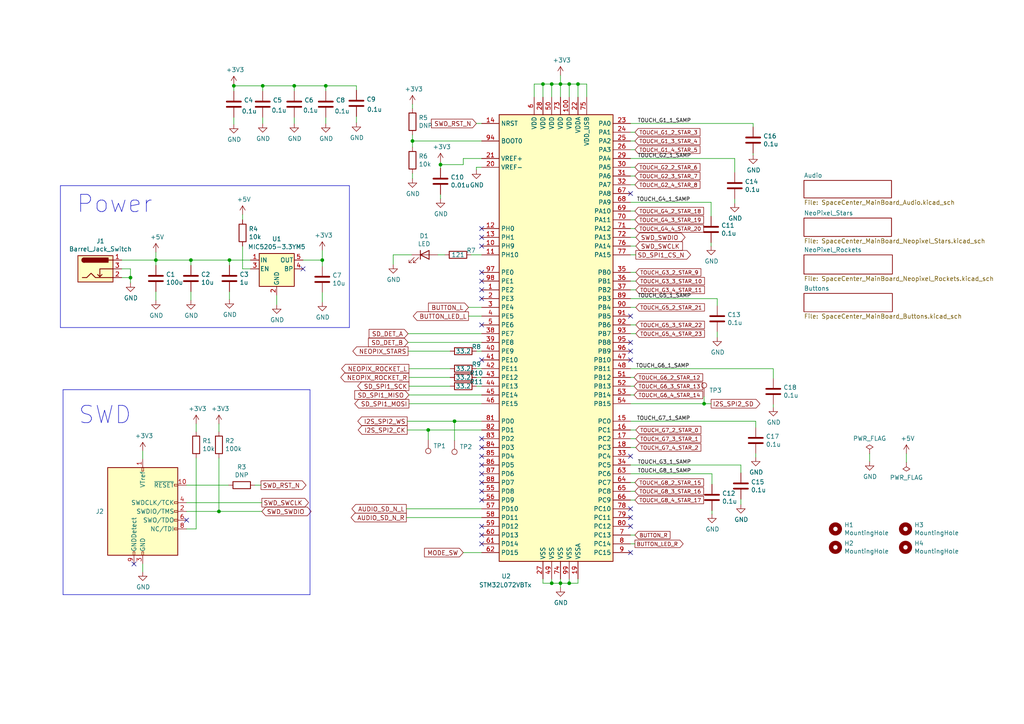
<source format=kicad_sch>
(kicad_sch (version 20230121) (generator eeschema)
  (paper "A4")
  (lib_symbols
    (symbol "Connector:Barrel_Jack_Switch" (pin_names hide)
      (property "Reference" "J" (at 0 5.334 0))
      (property "Value" "Barrel_Jack_Switch" (at 0 -5.08 0))
      (symbol "Barrel_Jack_Switch_0_1"
        (rectangle (start -5.08 3.81) (end 5.08 -3.81) (stroke (width 0.254)) (fill (type background)))
        (arc (start -3.302 3.175) (mid -3.9343 2.54) (end -3.302 1.905) (stroke (width 0.254)))
        (arc (start -3.302 3.175) (mid -3.9343 2.54) (end -3.302 1.905) (stroke (width 0.254)) (fill (type outline)))
        (polyline (pts (xy 1.27 -2.286) (xy 1.905 -1.651)) (stroke (width 0.254)))
        (polyline (pts (xy 5.08 2.54) (xy 3.81 2.54)) (stroke (width 0.254)))
        (polyline (pts (xy 5.08 0) (xy 1.27 0) (xy 1.27 -2.286) (xy 0.635 -1.651)) (stroke (width 0.254)))
        (polyline (pts (xy -3.81 -2.54) (xy -2.54 -2.54) (xy -1.27 -1.27) (xy 0 -2.54) (xy 2.54 -2.54) (xy 5.08 -2.54)) (stroke (width 0.254)))
        (rectangle (start 3.683 3.175) (end -3.302 1.905) (stroke (width 0.254)) (fill (type outline)))
      )
      (symbol "Barrel_Jack_Switch_1_1"
        (pin passive line (at 7.62 2.54 180) (length 2.54) (name "~") (number "1"))
        (pin passive line (at 7.62 -2.54 180) (length 2.54) (name "~") (number "2"))
        (pin passive line (at 7.62 0 180) (length 2.54) (name "~") (number "3"))
      )
    )
    (symbol "Connector:Conn_ARM_JTAG_SWD_10" (pin_names (offset 1.016))
      (property "Reference" "J" (at -2.54 16.51 0))
      (property "Value" "Conn_ARM_JTAG_SWD_10" (at -2.54 13.97 0))
      (symbol "Conn_ARM_JTAG_SWD_10_0_1"
        (rectangle (start -10.16 12.7) (end 10.16 -12.7) (stroke (width 0.254)) (fill (type background)))
        (rectangle (start -2.794 -12.7) (end -2.286 -11.684))
        (rectangle (start -0.254 -12.7) (end 0.254 -11.684))
        (rectangle (start -0.254 12.7) (end 0.254 11.684))
        (rectangle (start 9.144 2.286) (end 10.16 2.794))
        (rectangle (start 10.16 -2.794) (end 9.144 -2.286))
        (rectangle (start 10.16 -0.254) (end 9.144 0.254))
        (rectangle (start 10.16 7.874) (end 9.144 7.366))
      )
      (symbol "Conn_ARM_JTAG_SWD_10_1_1"
        (rectangle (start 9.144 -5.334) (end 10.16 -4.826))
        (pin power_in line (at 0 15.24 270) (length 2.54) (name "VTref") (number "1"))
        (pin open_collector line (at 12.7 7.62 180) (length 2.54) (name "~{RESET}") (number "10"))
        (pin bidirectional line (at 12.7 0 180) (length 2.54) (name "SWDIO/TMS") (number "2"))
        (pin power_in line (at 0 -15.24 90) (length 2.54) (name "GND") (number "3"))
        (pin output line (at 12.7 2.54 180) (length 2.54) (name "SWDCLK/TCK") (number "4"))
        (pin passive line (at 0 -15.24 90) (length 2.54) hide (name "GND") (number "5"))
        (pin input line (at 12.7 -2.54 180) (length 2.54) (name "SWO/TDO") (number "6"))
        (pin no_connect line (at -10.16 0 0) (length 2.54) hide (name "KEY") (number "7"))
        (pin output line (at 12.7 -5.08 180) (length 2.54) (name "NC/TDI") (number "8"))
        (pin passive line (at -2.54 -15.24 90) (length 2.54) (name "GNDDetect") (number "9"))
      )
    )
    (symbol "Connector:TestPoint" (pin_numbers hide) (pin_names (offset 0.762) hide)
      (property "Reference" "TP" (at 0 6.858 0))
      (property "Value" "TestPoint" (at 0 5.08 0))
      (symbol "TestPoint_0_1"
        (circle (center 0 3.302) (radius 0.762))
      )
      (symbol "TestPoint_1_1"
        (pin passive line (at 0 0 90) (length 2.54) (name "1") (number "1"))
      )
    )
    (symbol "Device:C" (pin_numbers hide) (pin_names (offset 0.254))
      (property "Reference" "C" (at 0.635 2.54 0))
      (property "Value" "C" (at 0.635 -2.54 0))
      (symbol "C_0_1"
        (polyline (pts (xy -2.032 -0.762) (xy 2.032 -0.762)) (stroke (width 0.508)))
        (polyline (pts (xy -2.032 0.762) (xy 2.032 0.762)) (stroke (width 0.508)))
      )
      (symbol "C_1_1"
        (pin passive line (at 0 3.81 270) (length 2.794) (name "~") (number "1"))
        (pin passive line (at 0 -3.81 90) (length 2.794) (name "~") (number "2"))
      )
    )
    (symbol "Device:LED" (pin_numbers hide) (pin_names (offset 1.016) hide)
      (property "Reference" "D" (at 0 2.54 0))
      (property "Value" "LED" (at 0 -2.54 0))
      (symbol "LED_0_1"
        (polyline (pts (xy -1.27 -1.27) (xy -1.27 1.27)) (stroke (width 0.254)))
        (polyline (pts (xy -1.27 0) (xy 1.27 0)))
        (polyline (pts (xy 1.27 -1.27) (xy 1.27 1.27) (xy -1.27 0) (xy 1.27 -1.27)) (stroke (width 0.254)))
        (polyline (pts (xy -3.048 -0.762) (xy -4.572 -2.286) (xy -3.81 -2.286) (xy -4.572 -2.286) (xy -4.572 -1.524)))
        (polyline (pts (xy -1.778 -0.762) (xy -3.302 -2.286) (xy -2.54 -2.286) (xy -3.302 -2.286) (xy -3.302 -1.524)))
      )
      (symbol "LED_1_1"
        (pin passive line (at -3.81 0 0) (length 2.54) (name "K") (number "1"))
        (pin passive line (at 3.81 0 180) (length 2.54) (name "A") (number "2"))
      )
    )
    (symbol "Device:R" (pin_numbers hide) (pin_names (offset 0))
      (property "Reference" "R" (at 2.032 0 90))
      (property "Value" "R" (at 0 0 90))
      (symbol "R_0_1"
        (rectangle (start -1.016 -2.54) (end 1.016 2.54) (stroke (width 0.254)))
      )
      (symbol "R_1_1"
        (pin passive line (at 0 3.81 270) (length 1.27) (name "~") (number "1"))
        (pin passive line (at 0 -3.81 90) (length 1.27) (name "~") (number "2"))
      )
    )
    (symbol "Mechanical:MountingHole" (pin_names (offset 1.016))
      (property "Reference" "H" (at 0 5.08 0))
      (property "Value" "MountingHole" (at 0 3.175 0))
      (symbol "MountingHole_0_1"
        (circle (center 0 0) (radius 1.27) (stroke (width 1.27)))
      )
    )
    (symbol "Regulator_Linear:MIC5205-3.3YM5" (pin_names (offset 0.254))
      (property "Reference" "U" (at -3.81 5.715 0))
      (property "Value" "MIC5205-3.3YM5" (at 0 5.715 0))
      (symbol "MIC5205-3.3YM5_0_1"
        (rectangle (start -5.08 4.445) (end 5.08 -5.08) (stroke (width 0.254)) (fill (type background)))
      )
      (symbol "MIC5205-3.3YM5_1_1"
        (pin power_in line (at -7.62 2.54 0) (length 2.54) (name "IN") (number "1"))
        (pin power_in line (at 0 -7.62 90) (length 2.54) (name "GND") (number "2"))
        (pin input line (at -7.62 0 0) (length 2.54) (name "EN") (number "3"))
        (pin input line (at 7.62 0 180) (length 2.54) (name "BP") (number "4"))
        (pin power_out line (at 7.62 2.54 180) (length 2.54) (name "OUT") (number "5"))
      )
    )
    (symbol "SpaceCenter_MainBoard_KiCAD-rescue:+3.3V-power" (power) (pin_names (offset 0))
      (property "Value" "+3.3V-power" (at 0 3.556 0))
      (symbol "+3.3V-power_0_1"
        (polyline (pts (xy -0.762 1.27) (xy 0 2.54)))
        (polyline (pts (xy 0 0) (xy 0 2.54)))
        (polyline (pts (xy 0 2.54) (xy 0.762 1.27)))
      )
      (symbol "+3.3V-power_1_1"
        (pin power_in line (at 0 0 90) (length 0) hide (name "+3V3") (number "1"))
      )
    )
    (symbol "SpaceCenter_MainBoard_KiCAD-rescue:STM32L072VBTx-MCU_ST_STM32L0"
      (property "Reference" "U" (at -17.78 64.77 0))
      (property "Value" "MCU_ST_STM32L0_STM32L072VBTx" (at 10.16 64.77 0))
      (symbol "STM32L072VBTx-MCU_ST_STM32L0_0_1"
        (rectangle (start -17.78 -66.04) (end 15.24 63.5) (stroke (width 0.254)) (fill (type background)))
      )
      (symbol "STM32L072VBTx-MCU_ST_STM32L0_1_1"
        (pin bidirectional line (at -22.86 12.7 0) (length 5.08) (name "PE2") (number "1"))
        (pin bidirectional line (at -22.86 25.4 0) (length 5.08) (name "PH9") (number "10"))
        (pin power_in line (at 2.54 68.58 270) (length 5.08) (name "VDD") (number "100"))
        (pin bidirectional line (at -22.86 22.86 0) (length 5.08) (name "PH10") (number "11"))
        (pin input line (at -22.86 30.48 0) (length 5.08) (name "PH0") (number "12"))
        (pin input line (at -22.86 27.94 0) (length 5.08) (name "PH1") (number "13"))
        (pin input line (at -22.86 60.96 0) (length 5.08) (name "NRST") (number "14"))
        (pin bidirectional line (at 20.32 -25.4 180) (length 5.08) (name "PC0") (number "15"))
        (pin bidirectional line (at 20.32 -27.94 180) (length 5.08) (name "PC1") (number "16"))
        (pin bidirectional line (at 20.32 -30.48 180) (length 5.08) (name "PC2") (number "17"))
        (pin bidirectional line (at 20.32 -33.02 180) (length 5.08) (name "PC3") (number "18"))
        (pin power_in line (at 5.08 -71.12 90) (length 5.08) (name "VSSA") (number "19"))
        (pin bidirectional line (at -22.86 10.16 0) (length 5.08) (name "PE3") (number "2"))
        (pin power_in line (at -22.86 48.26 0) (length 5.08) (name "VREF-") (number "20"))
        (pin power_in line (at -22.86 50.8 0) (length 5.08) (name "VREF+") (number "21"))
        (pin power_in line (at 5.08 68.58 270) (length 5.08) (name "VDDA") (number "22"))
        (pin bidirectional line (at 20.32 60.96 180) (length 5.08) (name "PA0") (number "23"))
        (pin bidirectional line (at 20.32 58.42 180) (length 5.08) (name "PA1") (number "24"))
        (pin bidirectional line (at 20.32 55.88 180) (length 5.08) (name "PA2") (number "25"))
        (pin bidirectional line (at 20.32 53.34 180) (length 5.08) (name "PA3") (number "26"))
        (pin power_in line (at -5.08 -71.12 90) (length 5.08) (name "VSS") (number "27"))
        (pin power_in line (at -5.08 68.58 270) (length 5.08) (name "VDD") (number "28"))
        (pin bidirectional line (at 20.32 50.8 180) (length 5.08) (name "PA4") (number "29"))
        (pin bidirectional line (at -22.86 7.62 0) (length 5.08) (name "PE4") (number "3"))
        (pin bidirectional line (at 20.32 48.26 180) (length 5.08) (name "PA5") (number "30"))
        (pin bidirectional line (at 20.32 45.72 180) (length 5.08) (name "PA6") (number "31"))
        (pin bidirectional line (at 20.32 43.18 180) (length 5.08) (name "PA7") (number "32"))
        (pin bidirectional line (at 20.32 -35.56 180) (length 5.08) (name "PC4") (number "33"))
        (pin bidirectional line (at 20.32 -38.1 180) (length 5.08) (name "PC5") (number "34"))
        (pin bidirectional line (at 20.32 17.78 180) (length 5.08) (name "PB0") (number "35"))
        (pin bidirectional line (at 20.32 15.24 180) (length 5.08) (name "PB1") (number "36"))
        (pin bidirectional line (at 20.32 12.7 180) (length 5.08) (name "PB2") (number "37"))
        (pin bidirectional line (at -22.86 0 0) (length 5.08) (name "PE7") (number "38"))
        (pin bidirectional line (at -22.86 -2.54 0) (length 5.08) (name "PE8") (number "39"))
        (pin bidirectional line (at -22.86 5.08 0) (length 5.08) (name "PE5") (number "4"))
        (pin bidirectional line (at -22.86 -5.08 0) (length 5.08) (name "PE9") (number "40"))
        (pin bidirectional line (at -22.86 -7.62 0) (length 5.08) (name "PE10") (number "41"))
        (pin bidirectional line (at -22.86 -10.16 0) (length 5.08) (name "PE11") (number "42"))
        (pin bidirectional line (at -22.86 -12.7 0) (length 5.08) (name "PE12") (number "43"))
        (pin bidirectional line (at -22.86 -15.24 0) (length 5.08) (name "PE13") (number "44"))
        (pin bidirectional line (at -22.86 -17.78 0) (length 5.08) (name "PE14") (number "45"))
        (pin bidirectional line (at -22.86 -20.32 0) (length 5.08) (name "PE15") (number "46"))
        (pin bidirectional line (at 20.32 -7.62 180) (length 5.08) (name "PB10") (number "47"))
        (pin bidirectional line (at 20.32 -10.16 180) (length 5.08) (name "PB11") (number "48"))
        (pin power_in line (at -2.54 -71.12 90) (length 5.08) (name "VSS") (number "49"))
        (pin bidirectional line (at -22.86 2.54 0) (length 5.08) (name "PE6") (number "5"))
        (pin power_in line (at -2.54 68.58 270) (length 5.08) (name "VDD") (number "50"))
        (pin bidirectional line (at 20.32 -12.7 180) (length 5.08) (name "PB12") (number "51"))
        (pin bidirectional line (at 20.32 -15.24 180) (length 5.08) (name "PB13") (number "52"))
        (pin bidirectional line (at 20.32 -17.78 180) (length 5.08) (name "PB14") (number "53"))
        (pin bidirectional line (at 20.32 -20.32 180) (length 5.08) (name "PB15") (number "54"))
        (pin bidirectional line (at -22.86 -45.72 0) (length 5.08) (name "PD8") (number "55"))
        (pin bidirectional line (at -22.86 -48.26 0) (length 5.08) (name "PD9") (number "56"))
        (pin bidirectional line (at -22.86 -50.8 0) (length 5.08) (name "PD10") (number "57"))
        (pin bidirectional line (at -22.86 -53.34 0) (length 5.08) (name "PD11") (number "58"))
        (pin bidirectional line (at -22.86 -55.88 0) (length 5.08) (name "PD12") (number "59"))
        (pin power_in line (at -7.62 68.58 270) (length 5.08) (name "VDD") (number "6"))
        (pin bidirectional line (at -22.86 -58.42 0) (length 5.08) (name "PD13") (number "60"))
        (pin bidirectional line (at -22.86 -60.96 0) (length 5.08) (name "PD14") (number "61"))
        (pin bidirectional line (at -22.86 -63.5 0) (length 5.08) (name "PD15") (number "62"))
        (pin bidirectional line (at 20.32 -40.64 180) (length 5.08) (name "PC6") (number "63"))
        (pin bidirectional line (at 20.32 -43.18 180) (length 5.08) (name "PC7") (number "64"))
        (pin bidirectional line (at 20.32 -45.72 180) (length 5.08) (name "PC8") (number "65"))
        (pin bidirectional line (at 20.32 -48.26 180) (length 5.08) (name "PC9") (number "66"))
        (pin bidirectional line (at 20.32 40.64 180) (length 5.08) (name "PA8") (number "67"))
        (pin bidirectional line (at 20.32 38.1 180) (length 5.08) (name "PA9") (number "68"))
        (pin bidirectional line (at 20.32 35.56 180) (length 5.08) (name "PA10") (number "69"))
        (pin bidirectional line (at 20.32 -58.42 180) (length 5.08) (name "PC13") (number "7"))
        (pin bidirectional line (at 20.32 33.02 180) (length 5.08) (name "PA11") (number "70"))
        (pin bidirectional line (at 20.32 30.48 180) (length 5.08) (name "PA12") (number "71"))
        (pin bidirectional line (at 20.32 27.94 180) (length 5.08) (name "PA13") (number "72"))
        (pin power_in line (at 0 68.58 270) (length 5.08) (name "VDD") (number "73"))
        (pin power_in line (at 0 -71.12 90) (length 5.08) (name "VSS") (number "74"))
        (pin power_in line (at 7.62 68.58 270) (length 5.08) (name "VDD_USB") (number "75"))
        (pin bidirectional line (at 20.32 25.4 180) (length 5.08) (name "PA14") (number "76"))
        (pin bidirectional line (at 20.32 22.86 180) (length 5.08) (name "PA15") (number "77"))
        (pin bidirectional line (at 20.32 -50.8 180) (length 5.08) (name "PC10") (number "78"))
        (pin bidirectional line (at 20.32 -53.34 180) (length 5.08) (name "PC11") (number "79"))
        (pin bidirectional line (at 20.32 -60.96 180) (length 5.08) (name "PC14") (number "8"))
        (pin bidirectional line (at 20.32 -55.88 180) (length 5.08) (name "PC12") (number "80"))
        (pin bidirectional line (at -22.86 -25.4 0) (length 5.08) (name "PD0") (number "81"))
        (pin bidirectional line (at -22.86 -27.94 0) (length 5.08) (name "PD1") (number "82"))
        (pin bidirectional line (at -22.86 -30.48 0) (length 5.08) (name "PD2") (number "83"))
        (pin bidirectional line (at -22.86 -33.02 0) (length 5.08) (name "PD3") (number "84"))
        (pin bidirectional line (at -22.86 -35.56 0) (length 5.08) (name "PD4") (number "85"))
        (pin bidirectional line (at -22.86 -38.1 0) (length 5.08) (name "PD5") (number "86"))
        (pin bidirectional line (at -22.86 -40.64 0) (length 5.08) (name "PD6") (number "87"))
        (pin bidirectional line (at -22.86 -43.18 0) (length 5.08) (name "PD7") (number "88"))
        (pin bidirectional line (at 20.32 10.16 180) (length 5.08) (name "PB3") (number "89"))
        (pin bidirectional line (at 20.32 -63.5 180) (length 5.08) (name "PC15") (number "9"))
        (pin bidirectional line (at 20.32 7.62 180) (length 5.08) (name "PB4") (number "90"))
        (pin bidirectional line (at 20.32 5.08 180) (length 5.08) (name "PB5") (number "91"))
        (pin bidirectional line (at 20.32 2.54 180) (length 5.08) (name "PB6") (number "92"))
        (pin bidirectional line (at 20.32 0 180) (length 5.08) (name "PB7") (number "93"))
        (pin input line (at -22.86 55.88 0) (length 5.08) (name "BOOT0") (number "94"))
        (pin bidirectional line (at 20.32 -2.54 180) (length 5.08) (name "PB8") (number "95"))
        (pin bidirectional line (at 20.32 -5.08 180) (length 5.08) (name "PB9") (number "96"))
        (pin bidirectional line (at -22.86 17.78 0) (length 5.08) (name "PE0") (number "97"))
        (pin bidirectional line (at -22.86 15.24 0) (length 5.08) (name "PE1") (number "98"))
        (pin power_in line (at 2.54 -71.12 90) (length 5.08) (name "VSS") (number "99"))
      )
    )
    (symbol "power:+5V" (power) (pin_names (offset 0))
      (property "Value" "+5V" (at 0 3.556 0))
      (symbol "+5V_0_1"
        (polyline (pts (xy -0.762 1.27) (xy 0 2.54)))
        (polyline (pts (xy 0 0) (xy 0 2.54)))
        (polyline (pts (xy 0 2.54) (xy 0.762 1.27)))
      )
      (symbol "+5V_1_1"
        (pin power_in line (at 0 0 90) (length 0) hide (name "+5V") (number "1"))
      )
    )
    (symbol "power:GND" (power) (pin_names (offset 0))
      (property "Value" "GND" (at 0 -3.81 0))
      (symbol "GND_0_1"
        (polyline (pts (xy 0 0) (xy 0 -1.27) (xy 1.27 -1.27) (xy 0 -2.54) (xy -1.27 -1.27) (xy 0 -1.27)))
      )
      (symbol "GND_1_1"
        (pin power_in line (at 0 0 270) (length 0) hide (name "GND") (number "1"))
      )
    )
    (symbol "power:PWR_FLAG" (power) (pin_numbers hide) (pin_names (offset 0) hide)
      (property "Value" "PWR_FLAG" (at 0 3.81 0))
      (symbol "PWR_FLAG_0_0"
        (pin power_out line (at 0 0 90) (length 0) (name "pwr") (number "1"))
      )
      (symbol "PWR_FLAG_0_1"
        (polyline (pts (xy 0 0) (xy 0 1.27) (xy -1.016 1.905) (xy 0 2.54) (xy 1.016 1.905) (xy 0 1.27)))
      )
    )
  )
  (junction (at 165.1 169.164))
  (junction (at 94.488 24.892))
  (junction (at 45.212 75.438))
  (junction (at 37.846 80.518))
  (junction (at 167.64 24.384))
  (junction (at 162.56 24.384))
  (junction (at 131.826 122.174))
  (junction (at 63.5 148.336))
  (junction (at 85.344 24.892))
  (junction (at 160.02 24.384))
  (junction (at 160.02 169.164))
  (junction (at 93.472 75.438))
  (junction (at 165.1 24.384))
  (junction (at 66.548 75.438))
  (junction (at 127.762 47.752))
  (junction (at 124.206 124.714))
  (junction (at 55.372 75.438))
  (junction (at 204.216 117.094))
  (junction (at 119.634 40.894))
  (junction (at 76.2 24.892))
  (junction (at 67.818 24.892))
  (junction (at 157.48 24.384))
  (junction (at 162.56 169.164))
  (no_connect (at 139.7 155.194))
  (no_connect (at 139.7 84.074))
  (no_connect (at 139.7 157.734))
  (no_connect (at 182.88 150.114))
  (no_connect (at 182.88 160.274))
  (no_connect (at 182.88 56.134))
  (no_connect (at 139.7 134.874))
  (no_connect (at 139.7 71.374))
  (no_connect (at 182.88 132.334))
  (no_connect (at 38.862 163.576))
  (no_connect (at 139.7 132.334))
  (no_connect (at 54.102 150.876))
  (no_connect (at 139.7 66.294))
  (no_connect (at 139.7 142.494))
  (no_connect (at 139.7 81.534))
  (no_connect (at 139.7 94.234))
  (no_connect (at 139.7 129.794))
  (no_connect (at 139.7 78.994))
  (no_connect (at 182.88 99.314))
  (no_connect (at 139.7 139.954))
  (no_connect (at 139.7 127.254))
  (no_connect (at 182.88 104.394))
  (no_connect (at 139.7 137.414))
  (no_connect (at 139.7 145.034))
  (no_connect (at 139.7 152.654))
  (no_connect (at 182.88 147.574))
  (no_connect (at 182.88 101.854))
  (no_connect (at 139.7 104.394))
  (no_connect (at 87.884 77.978))
  (no_connect (at 139.7 86.614))
  (no_connect (at 139.7 68.834))
  (no_connect (at 182.88 152.654))
  (no_connect (at 182.88 91.694))
  (wire (pts (xy 224.282 106.934) (xy 224.282 109.728)))
  (wire (pts (xy 124.206 127.508) (xy 124.206 124.714)))
  (wire (pts (xy 204.216 115.062) (xy 204.216 117.094)))
  (wire (pts (xy 182.88 137.414) (xy 206.502 137.414)))
  (wire (pts (xy 117.856 147.574) (xy 139.7 147.574)))
  (polyline (pts (xy 101.346 53.848) (xy 101.346 94.996)))
  (wire (pts (xy 218.44 35.814) (xy 218.44 36.83)))
  (wire (pts (xy 76.2 24.892) (xy 67.818 24.892)))
  (wire (pts (xy 162.56 21.844) (xy 162.56 24.384)))
  (wire (pts (xy 162.56 24.384) (xy 165.1 24.384)))
  (wire (pts (xy 131.826 122.174) (xy 139.7 122.174)))
  (wire (pts (xy 37.846 80.518) (xy 37.846 82.042)))
  (wire (pts (xy 214.884 144.78) (xy 214.884 146.304)))
  (wire (pts (xy 103.378 24.892) (xy 94.488 24.892)))
  (wire (pts (xy 103.378 26.162) (xy 103.378 24.892)))
  (wire (pts (xy 117.856 150.114) (xy 139.7 150.114)))
  (wire (pts (xy 119.634 42.672) (xy 119.634 40.894)))
  (wire (pts (xy 35.306 77.978) (xy 37.846 77.978)))
  (wire (pts (xy 114.046 73.914) (xy 119.38 73.914)))
  (wire (pts (xy 208.026 96.266) (xy 208.026 97.79)))
  (wire (pts (xy 130.556 106.934) (xy 118.618 106.934)))
  (wire (pts (xy 118.618 117.094) (xy 139.7 117.094)))
  (wire (pts (xy 182.88 40.894) (xy 184.15 40.894)))
  (wire (pts (xy 165.1 169.164) (xy 162.56 169.164)))
  (wire (pts (xy 56.896 125.222) (xy 56.896 122.936)))
  (wire (pts (xy 138.176 35.814) (xy 139.7 35.814)))
  (wire (pts (xy 224.282 117.348) (xy 224.282 118.11)))
  (polyline (pts (xy 89.916 113.03) (xy 89.916 172.466)))
  (polyline (pts (xy 18.288 172.466) (xy 18.288 113.03)))
  (wire (pts (xy 157.48 169.164) (xy 160.02 169.164)))
  (wire (pts (xy 134.366 160.274) (xy 139.7 160.274)))
  (wire (pts (xy 93.472 72.644) (xy 93.472 75.438)))
  (wire (pts (xy 184.15 38.354) (xy 182.88 38.354)))
  (wire (pts (xy 165.1 167.894) (xy 165.1 169.164)))
  (wire (pts (xy 160.02 24.384) (xy 162.56 24.384)))
  (wire (pts (xy 182.88 112.014) (xy 183.896 112.014)))
  (wire (pts (xy 213.106 57.658) (xy 213.106 58.928)))
  (wire (pts (xy 184.404 81.534) (xy 182.88 81.534)))
  (wire (pts (xy 118.618 112.014) (xy 130.556 112.014)))
  (wire (pts (xy 182.88 66.294) (xy 184.15 66.294)))
  (wire (pts (xy 136.652 73.914) (xy 139.7 73.914)))
  (wire (pts (xy 94.488 26.416) (xy 94.488 24.892)))
  (wire (pts (xy 85.344 24.892) (xy 76.2 24.892)))
  (wire (pts (xy 252.222 131.572) (xy 252.222 133.858)))
  (wire (pts (xy 170.18 28.194) (xy 170.18 24.384)))
  (wire (pts (xy 182.88 35.814) (xy 218.44 35.814)))
  (wire (pts (xy 119.634 50.292) (xy 119.634 51.816)))
  (wire (pts (xy 182.88 86.614) (xy 208.026 86.614)))
  (wire (pts (xy 214.884 134.874) (xy 214.884 137.16)))
  (wire (pts (xy 55.372 84.582) (xy 55.372 87.122)))
  (wire (pts (xy 218.44 44.45) (xy 218.44 44.958)))
  (wire (pts (xy 67.818 34.036) (xy 67.818 36.068)))
  (wire (pts (xy 127.762 46.99) (xy 127.762 47.752)))
  (wire (pts (xy 170.18 24.384) (xy 167.64 24.384)))
  (wire (pts (xy 138.176 112.014) (xy 139.7 112.014)))
  (wire (pts (xy 182.88 96.774) (xy 184.404 96.774)))
  (wire (pts (xy 206.248 58.674) (xy 206.248 62.738)))
  (wire (pts (xy 182.88 142.494) (xy 184.15 142.494)))
  (wire (pts (xy 41.402 130.81) (xy 41.402 133.096)))
  (wire (pts (xy 94.488 35.814) (xy 94.488 34.036)))
  (polyline (pts (xy 101.346 94.996) (xy 17.526 94.996)))
  (wire (pts (xy 160.02 167.894) (xy 160.02 169.164)))
  (wire (pts (xy 54.102 153.416) (xy 56.896 153.416)))
  (wire (pts (xy 213.106 45.974) (xy 213.106 50.038)))
  (wire (pts (xy 182.88 73.914) (xy 184.404 73.914)))
  (wire (pts (xy 160.02 169.164) (xy 162.56 169.164)))
  (wire (pts (xy 162.56 28.194) (xy 162.56 24.384)))
  (wire (pts (xy 139.7 40.894) (xy 119.634 40.894)))
  (wire (pts (xy 45.212 75.438) (xy 45.212 76.962)))
  (wire (pts (xy 66.548 75.438) (xy 55.372 75.438)))
  (wire (pts (xy 182.88 122.174) (xy 219.202 122.174)))
  (wire (pts (xy 124.206 124.714) (xy 139.7 124.714)))
  (wire (pts (xy 184.15 155.194) (xy 182.88 155.194)))
  (wire (pts (xy 66.548 76.962) (xy 66.548 75.438)))
  (wire (pts (xy 138.176 106.934) (xy 139.7 106.934)))
  (wire (pts (xy 41.402 165.862) (xy 41.402 163.576)))
  (wire (pts (xy 80.264 85.598) (xy 80.264 88.392)))
  (wire (pts (xy 138.176 101.854) (xy 139.7 101.854)))
  (wire (pts (xy 184.404 124.714) (xy 182.88 124.714)))
  (wire (pts (xy 182.88 109.474) (xy 183.896 109.474)))
  (wire (pts (xy 135.89 91.694) (xy 139.7 91.694)))
  (wire (pts (xy 182.88 114.554) (xy 183.896 114.554)))
  (wire (pts (xy 70.358 77.978) (xy 70.358 71.374)))
  (wire (pts (xy 85.344 26.416) (xy 85.344 24.892)))
  (wire (pts (xy 93.472 84.836) (xy 93.472 87.63)))
  (wire (pts (xy 103.378 35.56) (xy 103.378 33.782)))
  (wire (pts (xy 182.88 117.094) (xy 204.216 117.094)))
  (wire (pts (xy 135.89 89.154) (xy 139.7 89.154)))
  (wire (pts (xy 165.1 24.384) (xy 167.64 24.384)))
  (wire (pts (xy 138.176 109.474) (xy 139.7 109.474)))
  (polyline (pts (xy 17.526 53.848) (xy 101.346 53.848)))
  (wire (pts (xy 93.472 75.438) (xy 93.472 77.216)))
  (wire (pts (xy 67.818 24.892) (xy 67.818 24.638)))
  (wire (pts (xy 118.11 122.174) (xy 131.826 122.174)))
  (wire (pts (xy 67.818 26.416) (xy 67.818 24.892)))
  (wire (pts (xy 72.644 77.978) (xy 70.358 77.978)))
  (wire (pts (xy 165.1 28.194) (xy 165.1 24.384)))
  (wire (pts (xy 73.914 140.716) (xy 75.692 140.716)))
  (wire (pts (xy 182.88 145.034) (xy 184.15 145.034)))
  (wire (pts (xy 35.306 80.518) (xy 37.846 80.518)))
  (wire (pts (xy 204.216 117.094) (xy 206.248 117.094)))
  (wire (pts (xy 208.026 86.614) (xy 208.026 88.646)))
  (wire (pts (xy 56.896 153.416) (xy 56.896 132.842)))
  (wire (pts (xy 262.89 131.572) (xy 262.89 134.112)))
  (wire (pts (xy 162.56 169.164) (xy 162.56 167.894)))
  (wire (pts (xy 118.364 99.314) (xy 139.7 99.314)))
  (wire (pts (xy 157.48 167.894) (xy 157.48 169.164)))
  (wire (pts (xy 127 73.914) (xy 129.032 73.914)))
  (wire (pts (xy 182.88 89.154) (xy 184.404 89.154)))
  (wire (pts (xy 85.344 35.814) (xy 85.344 34.036)))
  (wire (pts (xy 182.88 106.934) (xy 224.282 106.934)))
  (wire (pts (xy 114.046 76.708) (xy 114.046 73.914)))
  (wire (pts (xy 118.618 114.554) (xy 139.7 114.554)))
  (wire (pts (xy 54.102 145.796) (xy 75.946 145.796)))
  (wire (pts (xy 130.556 109.474) (xy 118.618 109.474)))
  (wire (pts (xy 206.502 137.414) (xy 206.502 140.462)))
  (wire (pts (xy 127.762 47.752) (xy 127.762 48.768)))
  (wire (pts (xy 35.306 75.438) (xy 45.212 75.438)))
  (wire (pts (xy 160.02 28.194) (xy 160.02 24.384)))
  (wire (pts (xy 157.48 28.194) (xy 157.48 24.384)))
  (wire (pts (xy 182.88 51.054) (xy 184.15 51.054)))
  (wire (pts (xy 182.88 127.254) (xy 184.404 127.254)))
  (wire (pts (xy 76.2 35.814) (xy 76.2 34.036)))
  (wire (pts (xy 184.404 84.074) (xy 182.88 84.074)))
  (wire (pts (xy 184.15 157.734) (xy 182.88 157.734)))
  (wire (pts (xy 167.64 24.384) (xy 167.64 28.194)))
  (wire (pts (xy 154.94 28.194) (xy 154.94 24.384)))
  (wire (pts (xy 182.88 53.594) (xy 184.15 53.594)))
  (polyline (pts (xy 89.916 172.466) (xy 18.288 172.466)))
  (wire (pts (xy 127.762 56.388) (xy 127.762 57.658)))
  (wire (pts (xy 63.5 132.842) (xy 63.5 148.336)))
  (wire (pts (xy 219.202 122.174) (xy 219.202 123.952)))
  (wire (pts (xy 182.88 43.434) (xy 184.15 43.434)))
  (wire (pts (xy 162.56 170.434) (xy 162.56 169.164)))
  (wire (pts (xy 138.176 49.276) (xy 138.176 48.514)))
  (wire (pts (xy 70.358 62.23) (xy 70.358 63.754)))
  (wire (pts (xy 182.88 129.794) (xy 184.404 129.794)))
  (wire (pts (xy 219.202 131.572) (xy 219.202 132.588)))
  (wire (pts (xy 72.644 75.438) (xy 66.548 75.438)))
  (wire (pts (xy 182.88 48.514) (xy 184.15 48.514)))
  (wire (pts (xy 130.556 101.854) (xy 118.364 101.854)))
  (wire (pts (xy 182.88 58.674) (xy 206.248 58.674)))
  (wire (pts (xy 138.176 48.514) (xy 139.7 48.514)))
  (wire (pts (xy 134.366 47.752) (xy 127.762 47.752)))
  (wire (pts (xy 37.846 77.978) (xy 37.846 80.518)))
  (wire (pts (xy 182.88 61.214) (xy 184.15 61.214)))
  (wire (pts (xy 118.364 96.774) (xy 139.7 96.774)))
  (wire (pts (xy 182.88 94.234) (xy 184.404 94.234)))
  (wire (pts (xy 184.404 78.994) (xy 182.88 78.994)))
  (wire (pts (xy 45.212 84.582) (xy 45.212 87.122)))
  (wire (pts (xy 206.502 148.082) (xy 206.502 149.098)))
  (wire (pts (xy 119.634 30.226) (xy 119.634 31.496)))
  (wire (pts (xy 182.88 139.954) (xy 184.15 139.954)))
  (wire (pts (xy 134.366 45.974) (xy 134.366 47.752)))
  (wire (pts (xy 182.88 71.374) (xy 184.404 71.374)))
  (wire (pts (xy 157.48 24.384) (xy 160.02 24.384)))
  (wire (pts (xy 94.488 24.892) (xy 85.344 24.892)))
  (wire (pts (xy 54.102 140.716) (xy 66.294 140.716)))
  (wire (pts (xy 131.826 127.762) (xy 131.826 122.174)))
  (wire (pts (xy 184.404 68.834) (xy 182.88 68.834)))
  (wire (pts (xy 167.64 167.894) (xy 167.64 169.164)))
  (wire (pts (xy 55.372 75.438) (xy 55.372 76.962)))
  (wire (pts (xy 118.11 124.714) (xy 124.206 124.714)))
  (wire (pts (xy 63.5 122.936) (xy 63.5 125.222)))
  (wire (pts (xy 182.88 45.974) (xy 213.106 45.974)))
  (wire (pts (xy 63.5 148.336) (xy 75.946 148.336)))
  (wire (pts (xy 154.94 24.384) (xy 157.48 24.384)))
  (polyline (pts (xy 18.288 113.03) (xy 89.916 113.03)))
  (wire (pts (xy 167.64 169.164) (xy 165.1 169.164)))
  (polyline (pts (xy 17.526 94.996) (xy 17.526 53.848)))
  (wire (pts (xy 182.88 134.874) (xy 214.884 134.874)))
  (wire (pts (xy 76.2 26.416) (xy 76.2 24.892)))
  (wire (pts (xy 45.212 75.438) (xy 55.372 75.438)))
  (wire (pts (xy 206.248 70.358) (xy 206.248 71.374)))
  (wire (pts (xy 54.102 148.336) (xy 63.5 148.336)))
  (wire (pts (xy 139.7 45.974) (xy 134.366 45.974)))
  (wire (pts (xy 119.634 40.894) (xy 119.634 39.116)))
  (wire (pts (xy 66.548 84.582) (xy 66.548 86.868)))
  (wire (pts (xy 87.884 75.438) (xy 93.472 75.438)))
  (wire (pts (xy 45.212 73.152) (xy 45.212 75.438)))
  (wire (pts (xy 182.88 63.754) (xy 184.15 63.754)))
  (text "Power" (at 22.098 62.23 0) (effects (font (size 5.0038 5.0038)) (justify left bottom)))
  (text "SWD" (at 22.606 123.444 0) (effects (font (size 5.0038 5.0038)) (justify left bottom)))
  (label "TOUCH_G8_1_SAMP" (at 184.912 137.414 0) (effects (font (size 1.0922 1.0922))))
  (label "TOUCH_G3_1_SAMP" (at 184.912 134.874 0) (effects (font (size 1.0922 1.0922))))
  (label "TOUCH_G5_1_SAMP" (at 184.912 86.614 0) (effects (font (size 1.0922 1.0922))))
  (label "TOUCH_G1_1_SAMP" (at 184.912 35.814 0) (effects (font (size 1.0922 1.0922))))
  (label "TOUCH_G2_1_SAMP" (at 184.912 45.974 0) (effects (font (size 1.0922 1.0922))))
  (label "TOUCH_G4_1_SAMP" (at 184.658 58.674 0) (effects (font (size 1.0922 1.0922))))
  (label "TOUCH_G7_1_SAMP" (at 184.658 122.174 0) (effects (font (size 1.0922 1.0922))))
  (label "TOUCH_G6_1_SAMP" (at 184.404 106.934 0) (effects (font (size 1.0922 1.0922))))
  (global_label "BUTTON_L" (shape input) (at 135.89 89.154 180) (property "Intersheetrefs" "${INTERSHEET_REFS}" (effects hide)))
  (global_label "TOUCH_G5_3_STAR_22" (shape input) (at 184.404 94.234 0) (effects (font (size 1.0922 1.0922))) (property "Intersheetrefs" "${INTERSHEET_REFS}" (effects hide)))
  (global_label "SD_SPI1_SCK" (shape output) (at 118.618 112.014 180) (property "Intersheetrefs" "${INTERSHEET_REFS}" (effects hide)))
  (global_label "SWD_SWCLK" (shape input) (at 184.404 71.374 0) (property "Intersheetrefs" "${INTERSHEET_REFS}" (effects hide)))
  (global_label "I2S_SPI2_CK" (shape output) (at 118.11 124.714 180) (property "Intersheetrefs" "${INTERSHEET_REFS}" (effects hide)))
  (global_label "TOUCH_G7_2_STAR_0" (shape input) (at 184.404 124.714 0) (effects (font (size 1.0922 1.0922))) (property "Intersheetrefs" "${INTERSHEET_REFS}" (effects hide)))
  (global_label "SD_SPI1_CS_N" (shape output) (at 184.404 73.914 0) (property "Intersheetrefs" "${INTERSHEET_REFS}" (effects hide)))
  (global_label "TOUCH_G1_3_STAR_4" (shape input) (at 184.15 40.894 0) (effects (font (size 1.0922 1.0922))) (property "Intersheetrefs" "${INTERSHEET_REFS}" (effects hide)))
  (global_label "TOUCH_G6_2_STAR_12" (shape input) (at 183.896 109.474 0) (effects (font (size 1.0922 1.0922))) (property "Intersheetrefs" "${INTERSHEET_REFS}" (effects hide)))
  (global_label "I2S_SPI2_SD" (shape output) (at 206.248 117.094 0) (property "Intersheetrefs" "${INTERSHEET_REFS}" (effects hide)))
  (global_label "TOUCH_G2_2_STAR_6" (shape input) (at 184.15 48.514 0) (effects (font (size 1.0922 1.0922))) (property "Intersheetrefs" "${INTERSHEET_REFS}" (effects hide)))
  (global_label "SD_SPI1_MISO" (shape input) (at 118.618 114.554 180) (property "Intersheetrefs" "${INTERSHEET_REFS}" (effects hide)))
  (global_label "SD_DET_B" (shape input) (at 118.364 99.314 180) (property "Intersheetrefs" "${INTERSHEET_REFS}" (effects hide)))
  (global_label "TOUCH_G5_2_STAR_21" (shape input) (at 184.404 89.154 0) (effects (font (size 1.0922 1.0922))) (property "Intersheetrefs" "${INTERSHEET_REFS}" (effects hide)))
  (global_label "AUDIO_SD_N_R" (shape output) (at 117.856 150.114 180) (property "Intersheetrefs" "${INTERSHEET_REFS}" (effects hide)))
  (global_label "SWD_RST_N" (shape output) (at 75.692 140.716 0) (property "Intersheetrefs" "${INTERSHEET_REFS}" (effects hide)))
  (global_label "SWD_SWDIO" (shape bidirectional) (at 184.404 68.834 0) (property "Intersheetrefs" "${INTERSHEET_REFS}" (effects hide)))
  (global_label "TOUCH_G8_2_STAR_15" (shape input) (at 184.15 139.954 0) (effects (font (size 1.0922 1.0922))) (property "Intersheetrefs" "${INTERSHEET_REFS}" (effects hide)))
  (global_label "TOUCH_G3_2_STAR_9" (shape input) (at 184.404 78.994 0) (effects (font (size 1.0922 1.0922))) (property "Intersheetrefs" "${INTERSHEET_REFS}" (effects hide)))
  (global_label "TOUCH_G2_3_STAR_7" (shape input) (at 184.15 51.054 0) (effects (font (size 1.0922 1.0922))) (property "Intersheetrefs" "${INTERSHEET_REFS}" (effects hide)))
  (global_label "SWD_SWDIO" (shape bidirectional) (at 75.946 148.336 0) (property "Intersheetrefs" "${INTERSHEET_REFS}" (effects hide)))
  (global_label "BUTTON_R" (shape input) (at 184.15 155.194 0) (effects (font (size 1.0922 1.0922))) (property "Intersheetrefs" "${INTERSHEET_REFS}" (effects hide)))
  (global_label "SWD_RST_N" (shape input) (at 138.176 35.814 180) (property "Intersheetrefs" "${INTERSHEET_REFS}" (effects hide)))
  (global_label "NEOPIX_STARS" (shape output) (at 118.364 101.854 180) (property "Intersheetrefs" "${INTERSHEET_REFS}" (effects hide)))
  (global_label "TOUCH_G3_3_STAR_10" (shape input) (at 184.404 81.534 0) (effects (font (size 1.0922 1.0922))) (property "Intersheetrefs" "${INTERSHEET_REFS}" (effects hide)))
  (global_label "AUDIO_SD_N_L" (shape output) (at 117.856 147.574 180) (property "Intersheetrefs" "${INTERSHEET_REFS}" (effects hide)))
  (global_label "TOUCH_G1_4_STAR_5" (shape input) (at 184.15 43.434 0) (effects (font (size 1.0922 1.0922))) (property "Intersheetrefs" "${INTERSHEET_REFS}" (effects hide)))
  (global_label "SD_DET_A" (shape input) (at 118.364 96.774 180) (property "Intersheetrefs" "${INTERSHEET_REFS}" (effects hide)))
  (global_label "I2S_SPI2_WS" (shape output) (at 118.11 122.174 180) (property "Intersheetrefs" "${INTERSHEET_REFS}" (effects hide)))
  (global_label "TOUCH_G4_3_STAR_19" (shape input) (at 184.15 63.754 0) (effects (font (size 1.0922 1.0922))) (property "Intersheetrefs" "${INTERSHEET_REFS}" (effects hide)))
  (global_label "TOUCH_G7_3_STAR_1" (shape input) (at 184.404 127.254 0) (effects (font (size 1.0922 1.0922))) (property "Intersheetrefs" "${INTERSHEET_REFS}" (effects hide)))
  (global_label "TOUCH_G5_4_STAR_23" (shape input) (at 184.404 96.774 0) (effects (font (size 1.0922 1.0922))) (property "Intersheetrefs" "${INTERSHEET_REFS}" (effects hide)))
  (global_label "NEOPIX_ROCKET_L" (shape output) (at 118.618 106.934 180) (property "Intersheetrefs" "${INTERSHEET_REFS}" (effects hide)))
  (global_label "TOUCH_G3_4_STAR_11" (shape input) (at 184.404 84.074 0) (effects (font (size 1.0922 1.0922))) (property "Intersheetrefs" "${INTERSHEET_REFS}" (effects hide)))
  (global_label "SWD_SWCLK" (shape output) (at 75.946 145.796 0) (property "Intersheetrefs" "${INTERSHEET_REFS}" (effects hide)))
  (global_label "TOUCH_G1_2_STAR_3" (shape input) (at 184.15 38.354 0) (effects (font (size 1.0922 1.0922))) (property "Intersheetrefs" "${INTERSHEET_REFS}" (effects hide)))
  (global_label "TOUCH_G4_4_STAR_20" (shape input) (at 184.15 66.294 0) (effects (font (size 1.0922 1.0922))) (property "Intersheetrefs" "${INTERSHEET_REFS}" (effects hide)))
  (global_label "TOUCH_G2_4_STAR_8" (shape input) (at 184.15 53.594 0) (effects (font (size 1.0922 1.0922))) (property "Intersheetrefs" "${INTERSHEET_REFS}" (effects hide)))
  (global_label "TOUCH_G7_4_STAR_2" (shape input) (at 184.404 129.794 0) (effects (font (size 1.0922 1.0922))) (property "Intersheetrefs" "${INTERSHEET_REFS}" (effects hide)))
  (global_label "TOUCH_G6_3_STAR_13" (shape input) (at 183.896 112.014 0) (effects (font (size 1.0922 1.0922))) (property "Intersheetrefs" "${INTERSHEET_REFS}" (effects hide)))
  (global_label "TOUCH_G4_2_STAR_18" (shape input) (at 184.15 61.214 0) (effects (font (size 1.0922 1.0922))) (property "Intersheetrefs" "${INTERSHEET_REFS}" (effects hide)))
  (global_label "TOUCH_G8_4_STAR_17" (shape input) (at 184.15 145.034 0) (effects (font (size 1.0922 1.0922))) (property "Intersheetrefs" "${INTERSHEET_REFS}" (effects hide)))
  (global_label "BUTTON_LED_L" (shape output) (at 135.89 91.694 180) (property "Intersheetrefs" "${INTERSHEET_REFS}" (effects hide)))
  (global_label "TOUCH_G6_4_STAR_14" (shape input) (at 183.896 114.554 0) (effects (font (size 1.0922 1.0922))) (property "Intersheetrefs" "${INTERSHEET_REFS}" (effects hide)))
  (global_label "TOUCH_G8_3_STAR_16" (shape input) (at 184.15 142.494 0) (effects (font (size 1.0922 1.0922))) (property "Intersheetrefs" "${INTERSHEET_REFS}" (effects hide)))
  (global_label "BUTTON_LED_R" (shape output) (at 184.15 157.734 0) (effects (font (size 1.0922 1.0922))) (property "Intersheetrefs" "${INTERSHEET_REFS}" (effects hide)))
  (global_label "NEOPIX_ROCKET_R" (shape output) (at 118.618 109.474 180) (property "Intersheetrefs" "${INTERSHEET_REFS}" (effects hide)))
  (global_label "SD_SPI1_MOSI" (shape output) (at 118.618 117.094 180) (property "Intersheetrefs" "${INTERSHEET_REFS}" (effects hide)))
  (global_label "MODE_SW" (shape input) (at 134.366 160.274 180) (property "Intersheetrefs" "${INTERSHEET_REFS}" (effects hide)))
  (symbol (lib_id "SpaceCenter_MainBoard_KiCAD-rescue:STM32L072VBTx-MCU_ST_STM32L0") (at 162.56 96.774 0) (unit 1)
    (property "Reference" "U2" (at 146.812 167.132 0))
    (property "Value" "STM32L072VBTx" (at 146.558 169.672 0))
    (property "Footprint" "Package_QFP:LQFP-100_14x14mm_P0.5mm" (effects hide))
    (property "Datasheet" "http://www.st.com/st-web-ui/static/active/en/resource/technical/document/datasheet/DM00141133.pdf" (effects hide))
  )
  (symbol (lib_id "Regulator_Linear:MIC5205-3.3YM5") (at 80.264 77.978 0) (unit 1)
    (property "Reference" "U1" (at 80.264 69.2912 0))
    (property "Value" "MIC5205-3.3YM5" (at 80.264 71.6026 0))
    (property "Footprint" "Package_TO_SOT_SMD:SOT-23-5" (effects hide))
    (property "Datasheet" "http://ww1.microchip.com/downloads/en/DeviceDoc/20005785A.pdf" (effects hide))
  )
  (symbol (lib_id "Connector:Conn_ARM_JTAG_SWD_10") (at 41.402 148.336 0) (unit 1)
    (property "Reference" "J2" (at 30.1498 148.336 0) (effects (justify right)))
    (property "Value" "Conn_ARM_JTAG_SWD_10" (effects hide))
    (property "Footprint" "Connector_PinHeader_1.27mm:PinHeader_2x05_P1.27mm_Vertical_SMD" (effects hide))
    (property "Datasheet" "http://infocenter.arm.com/help/topic/com.arm.doc.ddi0314h/DDI0314H_coresight_components_trm.pdf" (effects hide))
  )
  (symbol (lib_id "Connector:Barrel_Jack_Switch") (at 27.686 77.978 0) (unit 1)
    (property "Reference" "J1" (at 29.1338 69.9262 0))
    (property "Value" "Barrel_Jack_Switch" (at 29.1338 72.2376 0))
    (property "Footprint" "Connector_BarrelJack:BarrelJack_CUI_PJ-102AH_Horizontal" (effects hide))
  )
  (symbol (lib_id "power:+5V") (at 45.212 73.152 0) (unit 1)
    (property "Reference" "#PWR04" (effects hide))
    (property "Value" "+5V" (at 45.593 68.7578 0))
  )
  (symbol (lib_id "power:GND") (at 37.846 82.042 0) (unit 1)
    (property "Reference" "#PWR01" (effects hide))
    (property "Value" "GND" (at 37.973 86.4362 0))
  )
  (symbol (lib_id "Device:C") (at 55.372 80.772 0) (unit 1)
    (property "Reference" "C2" (at 58.293 79.6036 0) (effects (justify left)))
    (property "Value" "10u" (at 58.293 81.915 0) (effects (justify left)))
    (property "Footprint" "Capacitor_SMD:C_0603_1608Metric_Pad1.05x0.95mm_HandSolder" (effects hide))
  )
  (symbol (lib_id "Device:C") (at 45.212 80.772 0) (unit 1)
    (property "Reference" "C1" (at 48.133 79.6036 0) (effects (justify left)))
    (property "Value" "100u" (at 48.133 81.915 0) (effects (justify left)))
    (property "Footprint" "Capacitor_SMD:C_1206_3216Metric_Pad1.42x1.75mm_HandSolder" (effects hide))
  )
  (symbol (lib_id "power:GND") (at 45.212 87.122 0) (unit 1)
    (property "Reference" "#PWR05" (effects hide))
    (property "Value" "GND" (at 45.339 91.5162 0))
  )
  (symbol (lib_id "power:GND") (at 55.372 87.122 0) (unit 1)
    (property "Reference" "#PWR06" (effects hide))
    (property "Value" "GND" (at 55.499 91.5162 0))
  )
  (symbol (lib_id "Device:C") (at 66.548 80.772 0) (unit 1)
    (property "Reference" "C3" (at 69.469 79.6036 0) (effects (justify left)))
    (property "Value" "1u" (at 69.469 81.915 0) (effects (justify left)))
    (property "Footprint" "Capacitor_SMD:C_0603_1608Metric_Pad1.05x0.95mm_HandSolder" (effects hide))
  )
  (symbol (lib_id "power:GND") (at 66.548 86.868 0) (unit 1)
    (property "Reference" "#PWR09" (effects hide))
    (property "Value" "GND" (at 66.675 91.2622 0))
  )
  (symbol (lib_id "power:GND") (at 80.264 88.392 0) (unit 1)
    (property "Reference" "#PWR014" (effects hide))
    (property "Value" "GND" (at 80.391 92.7862 0))
  )
  (symbol (lib_id "Device:R") (at 70.358 67.564 0) (unit 1)
    (property "Reference" "R4" (at 72.136 66.3956 0) (effects (justify left)))
    (property "Value" "10k" (at 72.136 68.707 0) (effects (justify left)))
    (property "Footprint" "Resistor_SMD:R_0603_1608Metric_Pad1.05x0.95mm_HandSolder" (effects hide))
  )
  (symbol (lib_id "power:+5V") (at 70.358 62.23 0) (unit 1)
    (property "Reference" "#PWR012" (effects hide))
    (property "Value" "+5V" (at 70.739 57.8358 0))
  )
  (symbol (lib_id "Device:C") (at 93.472 81.026 0) (unit 1)
    (property "Reference" "C7" (at 96.393 79.8576 0) (effects (justify left)))
    (property "Value" "10u" (at 96.393 82.169 0) (effects (justify left)))
    (property "Footprint" "Capacitor_SMD:C_0603_1608Metric_Pad1.05x0.95mm_HandSolder" (effects hide))
  )
  (symbol (lib_id "power:GND") (at 93.472 87.63 0) (unit 1)
    (property "Reference" "#PWR017" (effects hide))
    (property "Value" "GND" (at 93.599 92.0242 0))
  )
  (symbol (lib_id "SpaceCenter_MainBoard_KiCAD-rescue:+3.3V-power") (at 93.472 72.644 0) (unit 1)
    (property "Reference" "#PWR016" (effects hide))
    (property "Value" "+3.3V" (at 93.853 68.2498 0))
  )
  (symbol (lib_id "Mechanical:MountingHole") (at 242.316 153.416 0) (unit 1)
    (property "Reference" "H1" (at 244.856 152.2476 0) (effects (justify left)))
    (property "Value" "MountingHole" (at 244.856 154.559 0) (effects (justify left)))
    (property "Footprint" "MountingHole:MountingHole_3.2mm_M3" (effects hide))
  )
  (symbol (lib_id "Device:R") (at 56.896 129.032 0) (unit 1)
    (property "Reference" "R1" (at 58.674 127.8636 0) (effects (justify left)))
    (property "Value" "10k" (at 58.674 130.175 0) (effects (justify left)))
    (property "Footprint" "Resistor_SMD:R_0603_1608Metric_Pad1.05x0.95mm_HandSolder" (effects hide))
  )
  (symbol (lib_id "power:GND") (at 41.402 165.862 0) (unit 1)
    (property "Reference" "#PWR03" (effects hide))
    (property "Value" "GND" (at 41.529 170.2562 0))
  )
  (symbol (lib_id "SpaceCenter_MainBoard_KiCAD-rescue:+3.3V-power") (at 56.896 122.936 0) (unit 1)
    (property "Reference" "#PWR07" (effects hide))
    (property "Value" "+3.3V" (at 57.277 118.5418 0))
  )
  (symbol (lib_id "Device:R") (at 70.104 140.716 270) (unit 1)
    (property "Reference" "R3" (at 70.104 135.4582 90))
    (property "Value" "DNP" (at 70.104 137.7696 90))
    (property "Footprint" "Resistor_SMD:R_0603_1608Metric_Pad1.05x0.95mm_HandSolder" (effects hide))
  )
  (symbol (lib_id "Device:R") (at 63.5 129.032 0) (unit 1)
    (property "Reference" "R2" (at 65.278 127.8636 0) (effects (justify left)))
    (property "Value" "100k" (at 65.278 130.175 0) (effects (justify left)))
    (property "Footprint" "Resistor_SMD:R_0603_1608Metric_Pad1.05x0.95mm_HandSolder" (effects hide))
  )
  (symbol (lib_id "SpaceCenter_MainBoard_KiCAD-rescue:+3.3V-power") (at 63.5 122.936 0) (unit 1)
    (property "Reference" "#PWR08" (effects hide))
    (property "Value" "+3.3V" (at 63.881 118.5418 0))
  )
  (symbol (lib_id "SpaceCenter_MainBoard_KiCAD-rescue:+3.3V-power") (at 162.56 21.844 0) (unit 1)
    (property "Reference" "#PWR026" (effects hide))
    (property "Value" "+3.3V" (at 162.941 17.4498 0))
  )
  (symbol (lib_id "Device:C") (at 67.818 30.226 0) (unit 1)
    (property "Reference" "C4" (at 70.739 29.0576 0) (effects (justify left)))
    (property "Value" "0.1u" (at 70.104 32.258 0) (effects (justify left)))
    (property "Footprint" "Capacitor_SMD:C_0603_1608Metric_Pad1.05x0.95mm_HandSolder" (effects hide))
  )
  (symbol (lib_id "SpaceCenter_MainBoard_KiCAD-rescue:+3.3V-power") (at 67.818 24.638 0) (unit 1)
    (property "Reference" "#PWR010" (effects hide))
    (property "Value" "+3.3V" (at 68.199 20.2438 0))
  )
  (symbol (lib_id "Device:C") (at 76.2 30.226 0) (unit 1)
    (property "Reference" "C5" (at 79.121 29.0576 0) (effects (justify left)))
    (property "Value" "0.1u" (at 78.74 32.004 0) (effects (justify left)))
    (property "Footprint" "Capacitor_SMD:C_0603_1608Metric_Pad1.05x0.95mm_HandSolder" (effects hide))
  )
  (symbol (lib_id "Device:C") (at 85.344 30.226 0) (unit 1)
    (property "Reference" "C6" (at 88.265 29.0576 0) (effects (justify left)))
    (property "Value" "0.1u" (at 87.884 32.004 0) (effects (justify left)))
    (property "Footprint" "Capacitor_SMD:C_0603_1608Metric_Pad1.05x0.95mm_HandSolder" (effects hide))
  )
  (symbol (lib_id "Device:C") (at 94.488 30.226 0) (unit 1)
    (property "Reference" "C8" (at 97.409 29.0576 0) (effects (justify left)))
    (property "Value" "0.1u" (at 97.028 32.258 0) (effects (justify left)))
    (property "Footprint" "Capacitor_SMD:C_0603_1608Metric_Pad1.05x0.95mm_HandSolder" (effects hide))
  )
  (symbol (lib_id "Device:C") (at 103.378 29.972 0) (unit 1)
    (property "Reference" "C9" (at 106.299 28.8036 0) (effects (justify left)))
    (property "Value" "0.1u" (at 106.426 31.75 0) (effects (justify left)))
    (property "Footprint" "Capacitor_SMD:C_0603_1608Metric_Pad1.05x0.95mm_HandSolder" (effects hide))
  )
  (symbol (lib_id "power:GND") (at 67.818 36.068 0) (unit 1)
    (property "Reference" "#PWR011" (effects hide))
    (property "Value" "GND" (at 67.945 40.4622 0))
  )
  (symbol (lib_id "power:GND") (at 76.2 35.814 0) (unit 1)
    (property "Reference" "#PWR013" (effects hide))
    (property "Value" "GND" (at 76.327 40.2082 0))
  )
  (symbol (lib_id "power:GND") (at 85.344 35.814 0) (unit 1)
    (property "Reference" "#PWR015" (effects hide))
    (property "Value" "GND" (at 85.471 40.2082 0))
  )
  (symbol (lib_id "power:GND") (at 94.488 35.814 0) (unit 1)
    (property "Reference" "#PWR018" (effects hide))
    (property "Value" "GND" (at 94.615 40.2082 0))
  )
  (symbol (lib_id "power:GND") (at 103.378 35.56 0) (unit 1)
    (property "Reference" "#PWR019" (effects hide))
    (property "Value" "GND" (at 103.505 39.9542 0))
  )
  (symbol (lib_id "Device:R") (at 119.634 35.306 0) (unit 1)
    (property "Reference" "R5" (at 121.412 34.1376 0) (effects (justify left)))
    (property "Value" "DNP" (at 121.412 36.449 0) (effects (justify left)))
    (property "Footprint" "Resistor_SMD:R_0603_1608Metric_Pad1.05x0.95mm_HandSolder" (effects hide))
  )
  (symbol (lib_id "SpaceCenter_MainBoard_KiCAD-rescue:+3.3V-power") (at 119.634 30.226 0) (unit 1)
    (property "Reference" "#PWR021" (effects hide))
    (property "Value" "+3.3V" (at 120.015 25.8318 0))
  )
  (symbol (lib_id "Device:R") (at 119.634 46.482 0) (unit 1)
    (property "Reference" "R6" (at 121.412 45.3136 0) (effects (justify left)))
    (property "Value" "10k" (at 121.412 47.625 0) (effects (justify left)))
    (property "Footprint" "Resistor_SMD:R_0603_1608Metric_Pad1.05x0.95mm_HandSolder" (effects hide))
  )
  (symbol (lib_id "power:GND") (at 119.634 51.816 0) (unit 1)
    (property "Reference" "#PWR022" (effects hide))
    (property "Value" "GND" (at 119.761 56.2102 0))
  )
  (symbol (lib_id "SpaceCenter_MainBoard_KiCAD-rescue:+3.3V-power") (at 127.762 46.99 0) (unit 1)
    (property "Reference" "#PWR023" (effects hide))
    (property "Value" "+3.3V" (at 128.143 42.5958 0))
  )
  (symbol (lib_id "Device:C") (at 127.762 52.578 0) (unit 1)
    (property "Reference" "C10" (at 130.683 51.4096 0) (effects (justify left)))
    (property "Value" "0.01u" (at 130.683 53.721 0) (effects (justify left)))
    (property "Footprint" "Capacitor_SMD:C_0603_1608Metric_Pad1.05x0.95mm_HandSolder" (effects hide))
  )
  (symbol (lib_id "power:GND") (at 138.176 49.276 0) (unit 1)
    (property "Reference" "#PWR025" (effects hide))
    (property "Value" "GND" (at 138.303 53.6702 0))
  )
  (symbol (lib_id "power:GND") (at 127.762 57.658 0) (unit 1)
    (property "Reference" "#PWR024" (effects hide))
    (property "Value" "GND" (at 127.889 62.0522 0))
  )
  (symbol (lib_id "power:GND") (at 162.56 170.434 0) (unit 1)
    (property "Reference" "#PWR027" (effects hide))
    (property "Value" "GND" (at 162.687 174.8282 0))
  )
  (symbol (lib_id "Connector:TestPoint") (at 131.826 127.762 180) (unit 1)
    (property "Reference" "TP2" (at 133.2992 129.5908 0) (effects (justify right)))
    (property "Value" "TestPoint" (effects hide))
    (property "Footprint" "TestPoint:TestPoint_Keystone_5019_Minature" (effects hide))
  )
  (symbol (lib_id "Connector:TestPoint") (at 124.206 127.508 180) (unit 1)
    (property "Reference" "TP1" (at 125.6792 129.3368 0) (effects (justify right)))
    (property "Value" "TestPoint" (effects hide))
    (property "Footprint" "TestPoint:TestPoint_Keystone_5019_Minature" (effects hide))
  )
  (symbol (lib_id "Connector:TestPoint") (at 204.216 115.062 0) (unit 1)
    (property "Reference" "TP3" (at 205.6892 113.2332 0) (effects (justify left)))
    (property "Value" "TestPoint" (effects hide))
    (property "Footprint" "TestPoint:TestPoint_Keystone_5019_Minature" (effects hide))
  )
  (symbol (lib_id "Device:R") (at 134.366 112.014 270) (unit 1)
    (property "Reference" "R11" (at 138.176 110.744 90))
    (property "Value" "33.2" (at 134.366 112.014 90))
    (property "Footprint" "Resistor_SMD:R_0603_1608Metric_Pad1.05x0.95mm_HandSolder" (effects hide))
  )
  (symbol (lib_id "Mechanical:MountingHole") (at 242.316 158.75 0) (unit 1)
    (property "Reference" "H2" (at 244.856 157.5816 0) (effects (justify left)))
    (property "Value" "MountingHole" (at 244.856 159.893 0) (effects (justify left)))
    (property "Footprint" "MountingHole:MountingHole_3.2mm_M3" (effects hide))
  )
  (symbol (lib_id "Mechanical:MountingHole") (at 262.636 153.416 0) (unit 1)
    (property "Reference" "H3" (at 265.176 152.2476 0) (effects (justify left)))
    (property "Value" "MountingHole" (at 265.176 154.559 0) (effects (justify left)))
    (property "Footprint" "MountingHole:MountingHole_3.2mm_M3" (effects hide))
  )
  (symbol (lib_id "Mechanical:MountingHole") (at 262.636 158.75 0) (unit 1)
    (property "Reference" "H4" (at 265.176 157.5816 0) (effects (justify left)))
    (property "Value" "MountingHole" (at 265.176 159.893 0) (effects (justify left)))
    (property "Footprint" "MountingHole:MountingHole_3.2mm_M3" (effects hide))
  )
  (symbol (lib_id "Device:R") (at 134.366 101.854 270) (unit 1)
    (property "Reference" "R8" (at 138.176 100.584 90))
    (property "Value" "33.2" (at 134.366 101.854 90))
    (property "Footprint" "Resistor_SMD:R_0603_1608Metric_Pad1.05x0.95mm_HandSolder" (effects hide))
  )
  (symbol (lib_id "Device:R") (at 134.366 109.474 270) (unit 1)
    (property "Reference" "R10" (at 138.176 108.204 90))
    (property "Value" "33.2" (at 134.366 109.474 90))
    (property "Footprint" "Resistor_SMD:R_0603_1608Metric_Pad1.05x0.95mm_HandSolder" (effects hide))
  )
  (symbol (lib_id "Device:R") (at 134.366 106.934 270) (unit 1)
    (property "Reference" "R9" (at 138.176 105.664 90))
    (property "Value" "33.2" (at 134.366 106.934 90))
    (property "Footprint" "Resistor_SMD:R_0603_1608Metric_Pad1.05x0.95mm_HandSolder" (effects hide))
  )
  (symbol (lib_id "Device:C") (at 219.202 127.762 0) (unit 1)
    (property "Reference" "C17" (at 222.123 126.5936 0) (effects (justify left)))
    (property "Value" "0.1u" (at 222.123 128.905 0) (effects (justify left)))
    (property "Footprint" "Capacitor_SMD:C_0603_1608Metric_Pad1.05x0.95mm_HandSolder" (effects hide))
  )
  (symbol (lib_id "Device:C") (at 218.44 40.64 0) (unit 1)
    (property "Reference" "C16" (at 221.361 39.4716 0) (effects (justify left)))
    (property "Value" "0.1u" (at 221.361 41.783 0) (effects (justify left)))
    (property "Footprint" "Capacitor_SMD:C_0603_1608Metric_Pad1.05x0.95mm_HandSolder" (effects hide))
  )
  (symbol (lib_id "power:GND") (at 219.202 132.588 0) (unit 1)
    (property "Reference" "#PWR034" (effects hide))
    (property "Value" "GND" (at 219.329 136.9822 0))
  )
  (symbol (lib_id "power:GND") (at 218.44 44.958 0) (unit 1)
    (property "Reference" "#PWR033" (effects hide))
    (property "Value" "GND" (at 218.567 49.3522 0))
  )
  (symbol (lib_id "Device:C") (at 213.106 53.848 0) (unit 1)
    (property "Reference" "C14" (at 216.027 52.6796 0) (effects (justify left)))
    (property "Value" "0.1u" (at 216.027 54.991 0) (effects (justify left)))
    (property "Footprint" "Capacitor_SMD:C_0603_1608Metric_Pad1.05x0.95mm_HandSolder" (effects hide))
  )
  (symbol (lib_id "power:GND") (at 213.106 58.928 0) (unit 1)
    (property "Reference" "#PWR031" (effects hide))
    (property "Value" "GND" (at 213.233 63.3222 0))
  )
  (symbol (lib_id "Device:C") (at 214.884 140.97 0) (unit 1)
    (property "Reference" "C15" (at 217.805 139.8016 0) (effects (justify left)))
    (property "Value" "0.1u" (at 217.805 142.113 0) (effects (justify left)))
    (property "Footprint" "Capacitor_SMD:C_0603_1608Metric_Pad1.05x0.95mm_HandSolder" (effects hide))
  )
  (symbol (lib_id "power:GND") (at 214.884 146.304 0) (unit 1)
    (property "Reference" "#PWR032" (effects hide))
    (property "Value" "GND" (at 215.011 150.6982 0))
  )
  (symbol (lib_id "Device:C") (at 224.282 113.538 0) (unit 1)
    (property "Reference" "C18" (at 227.203 112.3696 0) (effects (justify left)))
    (property "Value" "0.1u" (at 227.203 114.681 0) (effects (justify left)))
    (property "Footprint" "Capacitor_SMD:C_0603_1608Metric_Pad1.05x0.95mm_HandSolder" (effects hide))
  )
  (symbol (lib_id "power:GND") (at 224.282 118.11 0) (unit 1)
    (property "Reference" "#PWR035" (effects hide))
    (property "Value" "GND" (at 224.409 122.5042 0))
  )
  (symbol (lib_id "Device:C") (at 206.502 144.272 0) (unit 1)
    (property "Reference" "C12" (at 209.423 143.1036 0) (effects (justify left)))
    (property "Value" "0.1u" (at 209.423 145.415 0) (effects (justify left)))
    (property "Footprint" "Capacitor_SMD:C_0603_1608Metric_Pad1.05x0.95mm_HandSolder" (effects hide))
  )
  (symbol (lib_id "power:GND") (at 206.502 149.098 0) (unit 1)
    (property "Reference" "#PWR029" (effects hide))
    (property "Value" "GND" (at 206.629 153.4922 0))
  )
  (symbol (lib_id "Device:C") (at 206.248 66.548 0) (unit 1)
    (property "Reference" "C11" (at 209.169 65.3796 0) (effects (justify left)))
    (property "Value" "0.1u" (at 209.169 67.691 0) (effects (justify left)))
    (property "Footprint" "Capacitor_SMD:C_0603_1608Metric_Pad1.05x0.95mm_HandSolder" (effects hide))
  )
  (symbol (lib_id "power:GND") (at 206.248 71.374 0) (unit 1)
    (property "Reference" "#PWR028" (effects hide))
    (property "Value" "GND" (at 206.375 75.7682 0))
  )
  (symbol (lib_id "Device:C") (at 208.026 92.456 0) (unit 1)
    (property "Reference" "C13" (at 210.947 91.2876 0) (effects (justify left)))
    (property "Value" "0.1u" (at 210.947 93.599 0) (effects (justify left)))
    (property "Footprint" "Capacitor_SMD:C_0603_1608Metric_Pad1.05x0.95mm_HandSolder" (effects hide))
  )
  (symbol (lib_id "power:GND") (at 208.026 97.79 0) (unit 1)
    (property "Reference" "#PWR030" (effects hide))
    (property "Value" "GND" (at 208.153 102.1842 0))
  )
  (symbol (lib_id "SpaceCenter_MainBoard_KiCAD-rescue:+3.3V-power") (at 41.402 130.81 0) (unit 1)
    (property "Reference" "#PWR02" (effects hide))
    (property "Value" "+3.3V" (at 41.783 126.4158 0))
  )
  (symbol (lib_id "Device:LED") (at 123.19 73.914 0) (unit 1)
    (property "Reference" "D1" (at 123.0122 68.4276 0))
    (property "Value" "LED" (at 123.0122 70.739 0))
    (property "Footprint" "LED_SMD:LED_0603_1608Metric_Pad1.05x0.95mm_HandSolder" (effects hide))
  )
  (symbol (lib_id "Device:R") (at 132.842 73.914 270) (unit 1)
    (property "Reference" "R7" (at 136.652 72.644 90))
    (property "Value" "121" (at 132.842 73.914 90))
    (property "Footprint" "Resistor_SMD:R_0603_1608Metric_Pad1.05x0.95mm_HandSolder" (effects hide))
  )
  (symbol (lib_id "power:GND") (at 114.046 76.708 0) (unit 1)
    (property "Reference" "#PWR020" (effects hide))
    (property "Value" "GND" (at 114.173 81.1022 0))
  )
  (symbol (lib_id "power:PWR_FLAG") (at 252.222 131.572 0) (unit 1)
    (property "Reference" "#FLG0101" (effects hide))
    (property "Value" "PWR_FLAG" (at 252.222 127.1778 0))
  )
  (symbol (lib_id "power:GND") (at 252.222 133.858 0) (unit 1)
    (property "Reference" "#PWR0147" (effects hide))
    (property "Value" "GND" (at 252.349 138.2522 0))
  )
  (symbol (lib_id "power:PWR_FLAG") (at 262.89 134.112 180) (unit 1)
    (property "Reference" "#FLG0102" (effects hide))
    (property "Value" "PWR_FLAG" (at 262.89 138.5062 0))
  )
  (symbol (lib_id "power:+5V") (at 262.89 131.572 0) (unit 1)
    (property "Reference" "#PWR0148" (effects hide))
    (property "Value" "+5V" (at 263.271 127.1778 0))
  )
  (sheet (at 233.172 52.324) (size 25.4 5.08)
    (property "Sheetname" "Audio" (at 233.172 51.6124 0) (effects (justify left bottom)))
    (property "Sheetfile" "SpaceCenter_MainBoard_Audio.kicad_sch" (at 233.172 57.9886 0) (effects (justify left top)))
  )
  (sheet (at 233.172 63.246) (size 25.4 5.334)
    (property "Sheetname" "NeoPixel_Stars" (at 233.172 62.5344 0) (effects (justify left bottom)))
    (property "Sheetfile" "SpaceCenter_MainBoard_Neopixel_Stars.kicad_sch" (at 233.172 69.1646 0) (effects (justify left top)))
  )
  (sheet (at 233.172 73.914) (size 25.654 5.588)
    (property "Sheetname" "NeoPixel_Rockets" (at 233.172 73.2024 0) (effects (justify left bottom)))
    (property "Sheetfile" "SpaceCenter_MainBoard_Neopixel_Rockets.kicad_sch" (at 233.172 80.0866 0) (effects (justify left top)))
  )
  (sheet (at 233.172 85.09) (size 25.654 5.334)
    (property "Sheetname" "Buttons" (at 233.172 84.3784 0) (effects (justify left bottom)))
    (property "Sheetfile" "SpaceCenter_MainBoard_Buttons.kicad_sch" (at 233.172 91.0086 0) (effects (justify left top)))
  )
)
</source>
